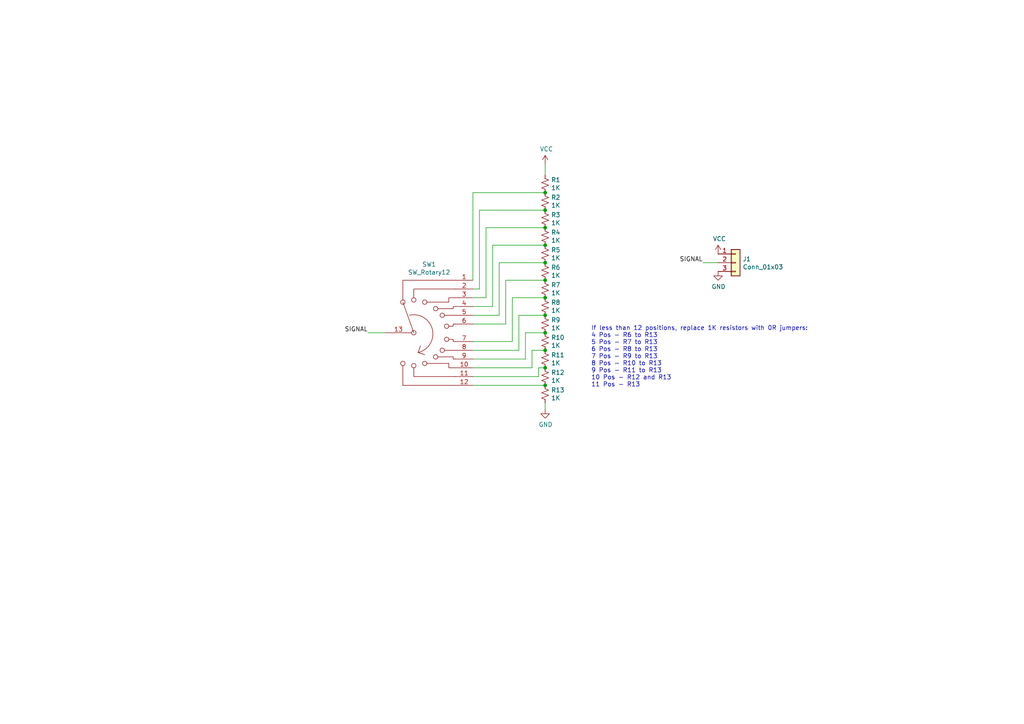
<source format=kicad_sch>
(kicad_sch (version 20231120) (generator "eeschema") (generator_version "8.0")
  (paper "A4")
  (title_block (date "2020-12-14") (rev "RotaryVoltageDivider") (comment 4 "Cory Grant"))
  (lib_symbols
    (symbol "Connector_Generic:Conn_01x03" (pin_names (offset 1.016) hide)
      (property "Reference" "J" (at 0 5.08 0))
      (property "Value" "Conn_01x03" (at 0 -5.08 0))
      (symbol "Conn_01x03_1_1"
        (rectangle (start -1.27 -2.413) (end 0 -2.667) (stroke (width 0.1524)))
        (rectangle (start -1.27 0.127) (end 0 -0.127) (stroke (width 0.1524)))
        (rectangle (start -1.27 2.667) (end 0 2.413) (stroke (width 0.1524)))
        (rectangle (start -1.27 3.81) (end 1.27 -3.81) (stroke (width 0.254)) (fill (type background)))
        (pin passive line (at -5.08 2.54 0) (length 3.81) (name "Pin_1") (number "1"))
        (pin passive line (at -5.08 0 0) (length 3.81) (name "Pin_2") (number "2"))
        (pin passive line (at -5.08 -2.54 0) (length 3.81) (name "Pin_3") (number "3"))
      )
    )
    (symbol "Device:R_Small_US" (pin_numbers hide) (pin_names (offset 0.254) hide)
      (property "Reference" "R" (at 0.762 0.508 0))
      (property "Value" "R_Small_US" (at 0.762 -1.016 0))
      (symbol "R_Small_US_1_1"
        (polyline (pts (xy 0 0) (xy 1.016 -0.381) (xy 0 -0.762) (xy -1.016 -1.143) (xy 0 -1.524)))
        (polyline (pts (xy 0 1.524) (xy 1.016 1.143) (xy 0 0.762) (xy -1.016 0.381) (xy 0 0)))
        (pin passive line (at 0 2.54 270) (length 1.016) (name "~") (number "1"))
        (pin passive line (at 0 -2.54 90) (length 1.016) (name "~") (number "2"))
      )
    )
    (symbol "Switch:SW_Rotary12" (pin_names (offset 1.016) hide)
      (property "Reference" "SW" (at 0 17.78 0))
      (property "Value" "SW_Rotary12" (at 0 -17.78 0))
      (symbol "SW_Rotary12_0_0"
        (circle (center -10.16 -8.89) (radius 0.635))
        (circle (center -10.16 8.89) (radius 0.635))
        (circle (center -6.985 -9.525) (radius 0.635))
        (circle (center -6.985 0) (radius 0.635))
        (circle (center -6.985 9.525) (radius 0.635))
        (arc (start -5.715 -5.715) (mid -1.5995 0.937) (end -8.255 5.08))
        (circle (center -3.81 -8.89) (radius 0.635))
        (circle (center -3.81 8.89) (radius 0.635))
        (circle (center -0.635 -6.985) (radius 0.635))
        (circle (center -0.635 6.985) (radius 0.635))
        (polyline (pts (xy -6.985 0) (xy -10.16 8.89)))
        (polyline (pts (xy -5.715 -5.715) (xy -5.08 -3.81)))
        (polyline (pts (xy -5.715 -5.715) (xy -3.81 -6.35)))
        (polyline (pts (xy 1.905 -5.08) (xy 5.08 -5.08)))
        (polyline (pts (xy 1.905 5.08) (xy 5.08 5.08)))
        (polyline (pts (xy -10.16 -9.525) (xy -10.16 -15.24) (xy 5.08 -15.24)))
        (polyline (pts (xy -10.16 9.525) (xy -10.16 15.24) (xy 5.08 15.24)))
        (polyline (pts (xy -6.985 -10.16) (xy -6.985 -12.7) (xy 5.08 -12.7)))
        (polyline (pts (xy -6.985 10.16) (xy -6.985 12.7) (xy 5.08 12.7)))
        (polyline (pts (xy -3.175 -8.89) (xy 3.175 -8.89) (xy 3.175 -10.16) (xy 5.08 -10.16)))
        (polyline (pts (xy -3.175 8.89) (xy 3.175 8.89) (xy 3.175 10.16) (xy 5.08 10.16)))
        (polyline (pts (xy 0 -6.985) (xy 4.445 -6.985) (xy 4.445 -7.62) (xy 5.08 -7.62)))
        (polyline (pts (xy 0 6.985) (xy 4.445 6.985) (xy 4.445 7.62) (xy 5.08 7.62)))
        (polyline (pts (xy 3.175 -1.905) (xy 4.445 -1.905) (xy 4.445 -2.54) (xy 5.08 -2.54)))
        (polyline (pts (xy 3.175 1.905) (xy 4.445 1.905) (xy 4.445 2.54) (xy 5.08 2.54)))
        (circle (center 1.27 -5.08) (radius 0.635))
        (circle (center 1.27 5.08) (radius 0.635))
        (circle (center 2.54 -1.905) (radius 0.635))
        (circle (center 2.54 1.905) (radius 0.635))
      )
      (symbol "SW_Rotary12_0_1"
        (pin passive line (at 10.16 15.24 180) (length 5.08) (name "1") (number "1"))
        (pin passive line (at 10.16 -10.16 180) (length 5.08) (name "10") (number "10"))
        (pin passive line (at 10.16 -12.7 180) (length 5.08) (name "11") (number "11"))
        (pin passive line (at 10.16 -15.24 180) (length 5.08) (name "12") (number "12"))
        (pin passive line (at -15.24 0 0) (length 7.62) (name "13") (number "13"))
        (pin passive line (at 10.16 12.7 180) (length 5.08) (name "2") (number "2"))
        (pin passive line (at 10.16 10.16 180) (length 5.08) (name "3") (number "3"))
        (pin passive line (at 10.16 7.62 180) (length 5.08) (name "4") (number "4"))
        (pin passive line (at 10.16 5.08 180) (length 5.08) (name "5") (number "5"))
        (pin passive line (at 10.16 2.54 180) (length 5.08) (name "6") (number "6"))
        (pin passive line (at 10.16 -2.54 180) (length 5.08) (name "7") (number "7"))
        (pin passive line (at 10.16 -5.08 180) (length 5.08) (name "8") (number "8"))
        (pin passive line (at 10.16 -7.62 180) (length 5.08) (name "9") (number "9"))
      )
    )
    (symbol "power:GND" (power) (pin_names (offset 0))
      (property "Value" "GND" (at 0 -3.81 0))
      (symbol "GND_0_1"
        (polyline (pts (xy 0 0) (xy 0 -1.27) (xy 1.27 -1.27) (xy 0 -2.54) (xy -1.27 -1.27) (xy 0 -1.27)))
      )
      (symbol "GND_1_1"
        (pin power_in line (at 0 0 270) (length 0) hide (name "GND") (number "1"))
      )
    )
    (symbol "power:VCC" (power) (pin_names (offset 0))
      (property "Value" "VCC" (at 0 3.81 0))
      (symbol "VCC_0_1"
        (polyline (pts (xy -0.762 1.27) (xy 0 2.54)))
        (polyline (pts (xy 0 0) (xy 0 2.54)))
        (polyline (pts (xy 0 2.54) (xy 0.762 1.27)))
      )
      (symbol "VCC_1_1"
        (pin power_in line (at 0 0 90) (length 0) hide (name "VCC") (number "1"))
      )
    )
  )
  (junction (at 158.115 86.36))
  (junction (at 158.115 106.68))
  (junction (at 158.115 101.6))
  (junction (at 158.115 81.28))
  (junction (at 158.115 96.52))
  (junction (at 158.115 60.96))
  (junction (at 158.115 76.2))
  (junction (at 158.115 71.12))
  (junction (at 158.115 91.44))
  (junction (at 158.115 55.88))
  (junction (at 158.115 111.76))
  (junction (at 158.115 66.04))
  (wire (pts (xy 150.495 91.44) (xy 150.495 101.6)))
  (wire (pts (xy 137.16 93.98) (xy 146.685 93.98)))
  (wire (pts (xy 156.21 109.22) (xy 137.16 109.22)))
  (wire (pts (xy 158.115 96.52) (xy 152.4 96.52)))
  (wire (pts (xy 154.305 106.68) (xy 137.16 106.68)))
  (wire (pts (xy 158.115 106.68) (xy 156.21 106.68)))
  (wire (pts (xy 152.4 96.52) (xy 152.4 104.14)))
  (wire (pts (xy 137.16 88.9) (xy 142.875 88.9)))
  (wire (pts (xy 140.97 66.04) (xy 140.97 86.36)))
  (wire (pts (xy 158.115 47.625) (xy 158.115 50.8)))
  (wire (pts (xy 154.305 101.6) (xy 154.305 106.68)))
  (wire (pts (xy 146.685 93.98) (xy 146.685 81.28)))
  (wire (pts (xy 139.065 60.96) (xy 158.115 60.96)))
  (wire (pts (xy 158.115 111.76) (xy 137.16 111.76)))
  (wire (pts (xy 106.68 96.52) (xy 111.76 96.52)))
  (wire (pts (xy 144.78 91.44) (xy 137.16 91.44)))
  (wire (pts (xy 142.875 88.9) (xy 142.875 71.12)))
  (wire (pts (xy 158.115 101.6) (xy 154.305 101.6)))
  (wire (pts (xy 150.495 101.6) (xy 137.16 101.6)))
  (wire (pts (xy 148.59 86.36) (xy 158.115 86.36)))
  (wire (pts (xy 142.875 71.12) (xy 158.115 71.12)))
  (wire (pts (xy 137.16 83.82) (xy 139.065 83.82)))
  (wire (pts (xy 158.115 76.2) (xy 144.78 76.2)))
  (wire (pts (xy 137.16 55.88) (xy 137.16 81.28)))
  (wire (pts (xy 156.21 106.68) (xy 156.21 109.22)))
  (wire (pts (xy 158.115 66.04) (xy 140.97 66.04)))
  (wire (pts (xy 139.065 83.82) (xy 139.065 60.96)))
  (wire (pts (xy 158.115 55.88) (xy 137.16 55.88)))
  (wire (pts (xy 158.115 91.44) (xy 150.495 91.44)))
  (wire (pts (xy 140.97 86.36) (xy 137.16 86.36)))
  (wire (pts (xy 146.685 81.28) (xy 158.115 81.28)))
  (wire (pts (xy 148.59 99.06) (xy 148.59 86.36)))
  (wire (pts (xy 158.115 116.84) (xy 158.115 118.745)))
  (wire (pts (xy 137.16 99.06) (xy 148.59 99.06)))
  (wire (pts (xy 152.4 104.14) (xy 137.16 104.14)))
  (wire (pts (xy 144.78 76.2) (xy 144.78 91.44)))
  (wire (pts (xy 203.835 76.2) (xy 208.28 76.2)))
  (text "If less than 12 positions, replace 1K resistors with 0R jumpers:\n4 Pos - R6 to R13\n5 Pos - R7 to R13\n6 Pos - R8 to R13\n7 Pos - R9 to R13\n8 Pos - R10 to R13\n9 Pos - R11 to R13\n10 Pos - R12 and R13\n11 Pos - R13" (at 171.45 112.395 0) (effects (font (size 1.27 1.27)) (justify left bottom)))
  (label "SIGNAL" (at 203.835 76.2 180))
  (label "SIGNAL" (at 106.68 96.52 180))
  (symbol (lib_id "Switch:SW_Rotary12") (at 127 96.52 0) (unit 1)
    (property "Reference" "SW1" (at 124.46 76.6826 0))
    (property "Value" "SW_Rotary12" (at 124.46 78.994 0))
    (property "Footprint" "Grayhill_Rotary_Switch:56P30-01-1-XXN" (effects (hide yes)))
    (property "Datasheet" "http://cdn-reichelt.de/documents/datenblatt/C200/DS-Serie%23LOR.pdf" (effects (hide yes)))
  )
  (symbol (lib_id "Connector_Generic:Conn_01x03") (at 213.36 76.2 0) (unit 1)
    (property "Reference" "J1" (at 215.392 75.1332 0) (effects (justify left)))
    (property "Value" "Conn_01x03" (at 215.392 77.4446 0) (effects (justify left)))
    (property "Footprint" "Connector_PinHeader_1.27mm:PinHeader_1x03_P1.27mm_Vertical" (effects (hide yes)))
  )
  (symbol (lib_id "Device:R_Small_US") (at 158.115 53.34 0) (unit 1)
    (property "Reference" "R1" (at 159.8422 52.1716 0) (effects (justify left)))
    (property "Value" "1K" (at 159.8422 54.483 0) (effects (justify left)))
    (property "Footprint" "Resistor_SMD:R_0805_2012Metric" (effects (hide yes)))
  )
  (symbol (lib_id "Device:R_Small_US") (at 158.115 58.42 0) (unit 1)
    (property "Reference" "R2" (at 159.8422 57.2516 0) (effects (justify left)))
    (property "Value" "1K" (at 159.8422 59.563 0) (effects (justify left)))
    (property "Footprint" "Resistor_SMD:R_0805_2012Metric" (effects (hide yes)))
  )
  (symbol (lib_id "Device:R_Small_US") (at 158.115 63.5 0) (unit 1)
    (property "Reference" "R3" (at 159.8422 62.3316 0) (effects (justify left)))
    (property "Value" "1K" (at 159.8422 64.643 0) (effects (justify left)))
    (property "Footprint" "Resistor_SMD:R_0805_2012Metric" (effects (hide yes)))
  )
  (symbol (lib_id "Device:R_Small_US") (at 158.115 68.58 0) (unit 1)
    (property "Reference" "R4" (at 159.8422 67.4116 0) (effects (justify left)))
    (property "Value" "1K" (at 159.8422 69.723 0) (effects (justify left)))
    (property "Footprint" "Resistor_SMD:R_0805_2012Metric" (effects (hide yes)))
  )
  (symbol (lib_id "Device:R_Small_US") (at 158.115 73.66 0) (unit 1)
    (property "Reference" "R5" (at 159.8422 72.4916 0) (effects (justify left)))
    (property "Value" "1K" (at 159.8422 74.803 0) (effects (justify left)))
    (property "Footprint" "Resistor_SMD:R_0805_2012Metric" (effects (hide yes)))
  )
  (symbol (lib_id "Device:R_Small_US") (at 158.115 78.74 0) (unit 1)
    (property "Reference" "R6" (at 159.8422 77.5716 0) (effects (justify left)))
    (property "Value" "1K" (at 159.8422 79.883 0) (effects (justify left)))
    (property "Footprint" "Resistor_SMD:R_0805_2012Metric" (effects (hide yes)))
  )
  (symbol (lib_id "Device:R_Small_US") (at 158.115 83.82 0) (unit 1)
    (property "Reference" "R7" (at 159.8422 82.6516 0) (effects (justify left)))
    (property "Value" "1K" (at 159.8422 84.963 0) (effects (justify left)))
    (property "Footprint" "Resistor_SMD:R_0805_2012Metric" (effects (hide yes)))
  )
  (symbol (lib_id "Device:R_Small_US") (at 158.115 88.9 0) (unit 1)
    (property "Reference" "R8" (at 159.8422 87.7316 0) (effects (justify left)))
    (property "Value" "1K" (at 159.8422 90.043 0) (effects (justify left)))
    (property "Footprint" "Resistor_SMD:R_0805_2012Metric" (effects (hide yes)))
  )
  (symbol (lib_id "Device:R_Small_US") (at 158.115 93.98 0) (unit 1)
    (property "Reference" "R9" (at 159.8422 92.8116 0) (effects (justify left)))
    (property "Value" "1K" (at 159.8422 95.123 0) (effects (justify left)))
    (property "Footprint" "Resistor_SMD:R_0805_2012Metric" (effects (hide yes)))
  )
  (symbol (lib_id "Device:R_Small_US") (at 158.115 99.06 0) (unit 1)
    (property "Reference" "R10" (at 159.8422 97.8916 0) (effects (justify left)))
    (property "Value" "1K" (at 159.8422 100.203 0) (effects (justify left)))
    (property "Footprint" "Resistor_SMD:R_0805_2012Metric" (effects (hide yes)))
  )
  (symbol (lib_id "Device:R_Small_US") (at 158.115 104.14 0) (unit 1)
    (property "Reference" "R11" (at 159.8422 102.9716 0) (effects (justify left)))
    (property "Value" "1K" (at 159.8422 105.283 0) (effects (justify left)))
    (property "Footprint" "Resistor_SMD:R_0805_2012Metric" (effects (hide yes)))
  )
  (symbol (lib_id "Device:R_Small_US") (at 158.115 109.22 0) (unit 1)
    (property "Reference" "R12" (at 159.8422 108.0516 0) (effects (justify left)))
    (property "Value" "1K" (at 159.8422 110.363 0) (effects (justify left)))
    (property "Footprint" "Resistor_SMD:R_0805_2012Metric" (effects (hide yes)))
  )
  (symbol (lib_id "power:VCC") (at 158.115 47.625 0) (unit 1)
    (property "Reference" "#PWR0101" (effects (hide yes)))
    (property "Value" "VCC" (at 158.496 43.2308 0))
  )
  (symbol (lib_id "power:GND") (at 158.115 118.745 0) (unit 1)
    (property "Reference" "#PWR0102" (effects (hide yes)))
    (property "Value" "GND" (at 158.242 123.1392 0))
  )
  (symbol (lib_id "Device:R_Small_US") (at 158.115 114.3 0) (unit 1)
    (property "Reference" "R13" (at 159.8422 113.1316 0) (effects (justify left)))
    (property "Value" "1K" (at 159.8422 115.443 0) (effects (justify left)))
    (property "Footprint" "Resistor_SMD:R_0805_2012Metric" (effects (hide yes)))
  )
  (symbol (lib_id "power:GND") (at 208.28 78.74 0) (unit 1)
    (property "Reference" "#PWR0103" (effects (hide yes)))
    (property "Value" "GND" (at 208.407 83.1342 0))
  )
  (symbol (lib_id "power:VCC") (at 208.28 73.66 0) (unit 1)
    (property "Reference" "#PWR0104" (effects (hide yes)))
    (property "Value" "VCC" (at 208.661 69.2658 0))
  )
)
</source>
